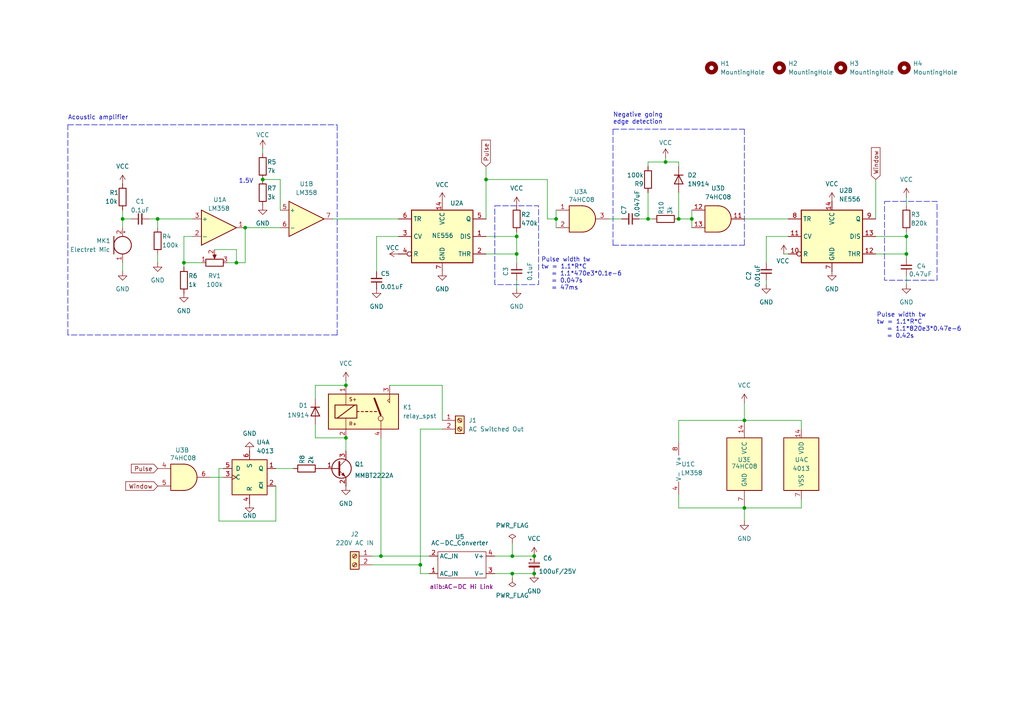
<source format=kicad_sch>
(kicad_sch (version 20231120) (generator "eeschema") (generator_version "8.0")
  (paper "A4")
  (title_block (title "Clap-clap on-off switch") (date "2022-05-23") (rev "1.2") (company "Designed by Byoungsoo Lee") (comment 1 "Design changed for using 74HC08 AND gates") (comment 2 "AC switch output is AC outlet") (comment 3 "Powered by KiCad 8.08"))
  (lib_symbols
    (symbol "1N914_1" (pin_numbers hide) (pin_names hide)
      (property "Reference" "D" (at 0 2.54 0))
      (property "Value" "1N914" (at 0 -2.54 0))
      (symbol "1N914_1_0_1"
        (polyline (pts (xy -1.27 1.27) (xy -1.27 -1.27)) (stroke (width 0.254)))
        (polyline (pts (xy 1.27 0) (xy -1.27 0)))
        (polyline (pts (xy 1.27 1.27) (xy 1.27 -1.27) (xy -1.27 0) (xy 1.27 1.27)) (stroke (width 0.254)))
      )
      (symbol "1N914_1_1_1"
        (pin passive line (at -3.81 0 0) (length 2.54) (name "K") (number "1"))
        (pin passive line (at 3.81 0 180) (length 2.54) (name "A") (number "2"))
      )
    )
    (symbol "4xxx:4013" (pin_names (offset 1.016))
      (property "Reference" "U" (at -7.62 8.89 0))
      (property "Value" "4013" (at -7.62 -8.89 0))
      (symbol "4013_1_1"
        (rectangle (start -5.08 5.08) (end 5.08 -5.08) (stroke (width 0.254)) (fill (type background)))
        (pin output line (at 7.62 2.54 180) (length 2.54) (name "Q") (number "1"))
        (pin output line (at 7.62 -2.54 180) (length 2.54) (name "~{Q}") (number "2"))
        (pin input clock (at -7.62 0 0) (length 2.54) (name "C") (number "3"))
        (pin input line (at 0 -7.62 90) (length 2.54) (name "R") (number "4"))
        (pin input line (at -7.62 2.54 0) (length 2.54) (name "D") (number "5"))
        (pin input line (at 0 7.62 270) (length 2.54) (name "S") (number "6"))
      )
      (symbol "4013_2_1"
        (rectangle (start -5.08 5.08) (end 5.08 -5.08) (stroke (width 0.254)) (fill (type background)))
        (pin input line (at 0 -7.62 90) (length 2.54) (name "R") (number "10"))
        (pin input clock (at -7.62 0 0) (length 2.54) (name "C") (number "11"))
        (pin output line (at 7.62 -2.54 180) (length 2.54) (name "~{Q}") (number "12"))
        (pin output line (at 7.62 2.54 180) (length 2.54) (name "Q") (number "13"))
        (pin input line (at 0 7.62 270) (length 2.54) (name "S") (number "8"))
        (pin input line (at -7.62 2.54 0) (length 2.54) (name "D") (number "9"))
      )
      (symbol "4013_3_0"
        (pin power_in line (at 0 10.16 270) (length 2.54) (name "VDD") (number "14"))
        (pin power_in line (at 0 -10.16 90) (length 2.54) (name "VSS") (number "7"))
      )
      (symbol "4013_3_1"
        (rectangle (start -5.08 7.62) (end 5.08 -7.62) (stroke (width 0.254)) (fill (type background)))
      )
    )
    (symbol "Amplifier_Operational:LM358" (pin_names (offset 0.127))
      (property "Reference" "U" (at 0 5.08 0))
      (property "Value" "LM358" (at 0 -5.08 0))
      (symbol "LM358_1_1"
        (polyline (pts (xy -5.08 5.08) (xy 5.08 0) (xy -5.08 -5.08) (xy -5.08 5.08)) (stroke (width 0.254)) (fill (type background)))
        (pin output line (at 7.62 0 180) (length 2.54) (name "~") (number "1"))
        (pin input line (at -7.62 -2.54 0) (length 2.54) (name "-") (number "2"))
        (pin input line (at -7.62 2.54 0) (length 2.54) (name "+") (number "3"))
      )
      (symbol "LM358_2_1"
        (polyline (pts (xy -5.08 5.08) (xy 5.08 0) (xy -5.08 -5.08) (xy -5.08 5.08)) (stroke (width 0.254)) (fill (type background)))
        (pin input line (at -7.62 2.54 0) (length 2.54) (name "+") (number "5"))
        (pin input line (at -7.62 -2.54 0) (length 2.54) (name "-") (number "6"))
        (pin output line (at 7.62 0 180) (length 2.54) (name "~") (number "7"))
      )
      (symbol "LM358_3_1"
        (pin power_in line (at -2.54 -7.62 90) (length 3.81) (name "V-") (number "4"))
        (pin power_in line (at -2.54 7.62 270) (length 3.81) (name "V+") (number "8"))
      )
    )
    (symbol "Connector:Screw_Terminal_01x02" (pin_names (offset 1.016) hide)
      (property "Reference" "J" (at 0 2.54 0))
      (property "Value" "Screw_Terminal_01x02" (at 0 -5.08 0))
      (symbol "Screw_Terminal_01x02_1_1"
        (rectangle (start -1.27 1.27) (end 1.27 -3.81) (stroke (width 0.254)) (fill (type background)))
        (circle (center 0 -2.54) (radius 0.635) (stroke (width 0.1524)))
        (polyline (pts (xy -0.5334 -2.2098) (xy 0.3302 -3.048)) (stroke (width 0.1524)))
        (polyline (pts (xy -0.5334 0.3302) (xy 0.3302 -0.508)) (stroke (width 0.1524)))
        (polyline (pts (xy -0.3556 -2.032) (xy 0.508 -2.8702)) (stroke (width 0.1524)))
        (polyline (pts (xy -0.3556 0.508) (xy 0.508 -0.3302)) (stroke (width 0.1524)))
        (circle (center 0 0) (radius 0.635) (stroke (width 0.1524)))
        (pin passive line (at -5.08 0 0) (length 3.81) (name "Pin_1") (number "1"))
        (pin passive line (at -5.08 -2.54 0) (length 3.81) (name "Pin_2") (number "2"))
      )
    )
    (symbol "Device:C_Polarized_Small" (pin_numbers hide) (pin_names (offset 0.254) hide)
      (property "Reference" "C" (at 0.254 1.778 0))
      (property "Value" "C_Polarized_Small" (at 0.254 -2.032 0))
      (symbol "C_Polarized_Small_0_1"
        (rectangle (start -1.524 -0.3048) (end 1.524 -0.6858) (fill (type outline)))
        (rectangle (start -1.524 0.6858) (end 1.524 0.3048))
        (polyline (pts (xy -1.27 1.524) (xy -0.762 1.524)))
        (polyline (pts (xy -1.016 1.27) (xy -1.016 1.778)))
      )
      (symbol "C_Polarized_Small_1_1"
        (pin passive line (at 0 2.54 270) (length 1.8542) (name "~") (number "1"))
        (pin passive line (at 0 -2.54 90) (length 1.8542) (name "~") (number "2"))
      )
    )
    (symbol "Device:C_Small" (pin_numbers hide) (pin_names (offset 0.254) hide)
      (property "Reference" "C" (at 0.254 1.778 0))
      (property "Value" "C_Small" (at 0.254 -2.032 0))
      (symbol "C_Small_0_1"
        (polyline (pts (xy -1.524 -0.508) (xy 1.524 -0.508)) (stroke (width 0.3302)))
        (polyline (pts (xy -1.524 0.508) (xy 1.524 0.508)) (stroke (width 0.3048)))
      )
      (symbol "C_Small_1_1"
        (pin passive line (at 0 2.54 270) (length 2.032) (name "~") (number "1"))
        (pin passive line (at 0 -2.54 90) (length 2.032) (name "~") (number "2"))
      )
    )
    (symbol "Device:Microphone" (pin_names (offset 0.0254) hide)
      (property "Reference" "MK" (at -3.81 1.27 0))
      (property "Value" "Microphone" (at -3.81 -0.635 0))
      (symbol "Microphone_0_1"
        (polyline (pts (xy -2.54 2.54) (xy -2.54 -2.54)) (stroke (width 0.254)))
        (polyline (pts (xy 0.254 3.81) (xy 0.762 3.81)))
        (polyline (pts (xy 0.508 4.064) (xy 0.508 3.556)))
        (circle (center 0 0) (radius 2.54) (stroke (width 0.254)))
      )
      (symbol "Microphone_1_1"
        (pin passive line (at 0 -5.08 90) (length 2.54) (name "-") (number "1"))
        (pin passive line (at 0 5.08 270) (length 2.54) (name "+") (number "2"))
      )
    )
    (symbol "Device:Q_NPN_BEC" (pin_names (offset 0) hide)
      (property "Reference" "Q" (at 5.08 1.27 0))
      (property "Value" "Q_NPN_BEC" (at 5.08 -1.27 0))
      (symbol "Q_NPN_BEC_0_1"
        (polyline (pts (xy 0.635 0.635) (xy 2.54 2.54)))
        (polyline (pts (xy 0.635 -0.635) (xy 2.54 -2.54) (xy 2.54 -2.54)))
        (polyline (pts (xy 0.635 1.905) (xy 0.635 -1.905) (xy 0.635 -1.905)) (stroke (width 0.508)))
        (polyline (pts (xy 1.27 -1.778) (xy 1.778 -1.27) (xy 2.286 -2.286) (xy 1.27 -1.778) (xy 1.27 -1.778)) (fill (type outline)))
        (circle (center 1.27 0) (radius 2.8194) (stroke (width 0.254)))
      )
      (symbol "Q_NPN_BEC_1_1"
        (pin input line (at -5.08 0 0) (length 5.715) (name "B") (number "1"))
        (pin passive line (at 2.54 -5.08 90) (length 2.54) (name "E") (number "2"))
        (pin passive line (at 2.54 5.08 270) (length 2.54) (name "C") (number "3"))
      )
    )
    (symbol "Device:R" (pin_numbers hide) (pin_names (offset 0))
      (property "Reference" "R" (at 2.032 0 90))
      (property "Value" "R" (at 0 0 90))
      (symbol "R_0_1"
        (rectangle (start -1.016 -2.54) (end 1.016 2.54) (stroke (width 0.254)))
      )
      (symbol "R_1_1"
        (pin passive line (at 0 3.81 270) (length 1.27) (name "~") (number "1"))
        (pin passive line (at 0 -3.81 90) (length 1.27) (name "~") (number "2"))
      )
    )
    (symbol "Device:R_Potentiometer" (pin_names (offset 1.016) hide)
      (property "Reference" "RV" (at -4.445 0 90))
      (property "Value" "R_Potentiometer" (at -2.54 0 90))
      (symbol "R_Potentiometer_0_1"
        (polyline (pts (xy 2.54 0) (xy 1.524 0)))
        (polyline (pts (xy 1.143 0) (xy 2.286 0.508) (xy 2.286 -0.508) (xy 1.143 0)) (fill (type outline)))
        (rectangle (start 1.016 2.54) (end -1.016 -2.54) (stroke (width 0.254)))
      )
      (symbol "R_Potentiometer_1_1"
        (pin passive line (at 0 3.81 270) (length 1.27) (name "1") (number "1"))
        (pin passive line (at 3.81 0 180) (length 1.27) (name "2") (number "2"))
        (pin passive line (at 0 -3.81 90) (length 1.27) (name "3") (number "3"))
      )
    )
    (symbol "Diode:1N914" (pin_numbers hide) (pin_names hide)
      (property "Reference" "D" (at 0 2.54 0))
      (property "Value" "1N914" (at 0 -2.54 0))
      (symbol "1N914_0_1"
        (polyline (pts (xy -1.27 1.27) (xy -1.27 -1.27)) (stroke (width 0.254)))
        (polyline (pts (xy 1.27 0) (xy -1.27 0)))
        (polyline (pts (xy 1.27 1.27) (xy 1.27 -1.27) (xy -1.27 0) (xy 1.27 1.27)) (stroke (width 0.254)))
      )
      (symbol "1N914_1_1"
        (pin passive line (at -3.81 0 0) (length 2.54) (name "K") (number "1"))
        (pin passive line (at 3.81 0 180) (length 2.54) (name "A") (number "2"))
      )
    )
    (symbol "GND_1" (power) (pin_numbers hide) (pin_names (offset 0) hide)
      (property "Value" "GND" (at 0 -3.81 0))
      (symbol "GND_1_0_1"
        (polyline (pts (xy 0 0) (xy 0 -1.27) (xy 1.27 -1.27) (xy 0 -2.54) (xy -1.27 -1.27) (xy 0 -1.27)))
      )
      (symbol "GND_1_1_1"
        (pin power_in line (at 0 0 270) (length 0) (name "~") (number "1"))
      )
    )
    (symbol "Mechanical:MountingHole" (pin_names (offset 1.016))
      (property "Reference" "H" (at 0 5.08 0))
      (property "Value" "MountingHole" (at 0 3.175 0))
      (symbol "MountingHole_0_1"
        (circle (center 0 0) (radius 1.27) (stroke (width 1.27)))
      )
    )
    (symbol "PWR_FLAG_1" (power) (pin_numbers hide) (pin_names (offset 0) hide)
      (property "Value" "PWR_FLAG" (at 0 3.81 0))
      (symbol "PWR_FLAG_1_0_0"
        (pin power_out line (at 0 0 90) (length 0) (name "~") (number "1"))
      )
      (symbol "PWR_FLAG_1_0_1"
        (polyline (pts (xy 0 0) (xy 0 1.27) (xy -1.016 1.905) (xy 0 2.54) (xy 1.016 1.905) (xy 0 1.27)))
      )
    )
    (symbol "Timer:NE556"
      (property "Reference" "U" (at -10.16 8.89 0))
      (property "Value" "NE556" (at -10.16 -8.89 0))
      (symbol "NE556_0_0"
        (pin power_in line (at 0 10.16 270) (length 2.54) (name "VCC") (number "14"))
        (pin power_in line (at 0 -10.16 90) (length 2.54) (name "GND") (number "7"))
      )
      (symbol "NE556_0_1"
        (rectangle (start -8.89 -7.62) (end 8.89 7.62) (stroke (width 0.254)) (fill (type background)))
        (rectangle (start -8.89 -7.62) (end 8.89 7.62) (stroke (width 0.254)) (fill (type background)))
      )
      (symbol "NE556_1_1"
        (pin input line (at 12.7 0 180) (length 3.81) (name "DIS") (number "1"))
        (pin input line (at 12.7 -5.08 180) (length 3.81) (name "THR") (number "2"))
        (pin input line (at -12.7 0 0) (length 3.81) (name "CV") (number "3"))
        (pin input inverted (at -12.7 -5.08 0) (length 3.81) (name "R") (number "4"))
        (pin output line (at 12.7 5.08 180) (length 3.81) (name "Q") (number "5"))
        (pin input line (at -12.7 5.08 0) (length 3.81) (name "TR") (number "6"))
      )
      (symbol "NE556_2_1"
        (pin input inverted (at -12.7 -5.08 0) (length 3.81) (name "R") (number "10"))
        (pin input line (at -12.7 0 0) (length 3.81) (name "CV") (number "11"))
        (pin input line (at 12.7 -5.08 180) (length 3.81) (name "THR") (number "12"))
        (pin input line (at 12.7 0 180) (length 3.81) (name "DIS") (number "13"))
        (pin input line (at -12.7 5.08 0) (length 3.81) (name "TR") (number "8"))
        (pin output line (at 12.7 5.08 180) (length 3.81) (name "Q") (number "9"))
      )
    )
    (symbol "VCC_1" (power) (pin_numbers hide) (pin_names (offset 0) hide)
      (property "Value" "VCC" (at 0 3.556 0))
      (symbol "VCC_1_0_1"
        (polyline (pts (xy -0.762 1.27) (xy 0 2.54)))
        (polyline (pts (xy 0 0) (xy 0 2.54)))
        (polyline (pts (xy 0 2.54) (xy 0.762 1.27)))
      )
      (symbol "VCC_1_1_1"
        (pin power_in line (at 0 0 90) (length 0) (name "~") (number "1"))
      )
    )
    (symbol "VCC_2" (power) (pin_numbers hide) (pin_names (offset 0) hide)
      (property "Value" "VCC" (at 0 3.556 0))
      (symbol "VCC_2_0_1"
        (polyline (pts (xy -0.762 1.27) (xy 0 2.54)))
        (polyline (pts (xy 0 0) (xy 0 2.54)))
        (polyline (pts (xy 0 2.54) (xy 0.762 1.27)))
      )
      (symbol "VCC_2_1_1"
        (pin power_in line (at 0 0 90) (length 0) (name "~") (number "1"))
      )
    )
    (symbol "alib:74HC08" (pin_names (offset 1.016))
      (property "Reference" "U" (at 0 1.27 0))
      (property "Value" "74HC08" (at 0 -0.635 0))
      (symbol "74HC08_1_1"
        (arc (start 0 -3.81) (mid 3.7934 0) (end 0 3.81) (stroke (width 0.254)) (fill (type background)))
        (polyline (pts (xy 0 3.81) (xy -3.81 3.81) (xy -3.81 -3.81) (xy 0 -3.81)) (stroke (width 0.254)) (fill (type background)))
        (pin input line (at -7.62 2.54 0) (length 3.81) (name "~") (number "1"))
        (pin input line (at -7.62 -2.54 0) (length 3.81) (name "~") (number "2"))
        (pin output line (at 7.62 0 180) (length 3.81) (name "~") (number "3"))
      )
      (symbol "74HC08_1_2"
        (arc (start -3.81 -3.81) (mid -2.589 0) (end -3.81 3.81) (stroke (width 0.254)))
        (arc (start -0.6096 -3.81) (mid 2.1855 -2.584) (end 3.81 0) (stroke (width 0.254)) (fill (type background)))
        (polyline (pts (xy -3.81 -3.81) (xy -0.635 -3.81)) (stroke (width 0.254)) (fill (type background)))
        (polyline (pts (xy -3.81 3.81) (xy -0.635 3.81)) (stroke (width 0.254)) (fill (type background)))
        (polyline (pts (xy -0.635 3.81) (xy -3.81 3.81) (xy -3.81 3.81) (xy -3.556 3.4036) (xy -3.0226 2.2606) (xy -2.6924 1.0414) (xy -2.6162 -0.254) (xy -2.7686 -1.4986) (xy -3.175 -2.7178) (xy -3.81 -3.81) (xy -3.81 -3.81) (xy -0.635 -3.81)) (stroke (width -25.4)) (fill (type background)))
        (arc (start 3.81 0) (mid 2.1928 2.5925) (end -0.6096 3.81) (stroke (width 0.254)) (fill (type background)))
        (pin input inverted (at -7.62 2.54 0) (length 4.318) (name "~") (number "1"))
        (pin input inverted (at -7.62 -2.54 0) (length 4.318) (name "~") (number "2"))
        (pin output line (at 7.62 0 180) (length 3.81) (name "~") (number "3"))
      )
      (symbol "74HC08_2_1"
        (arc (start 0 -3.81) (mid 3.7934 0) (end 0 3.81) (stroke (width 0.254)) (fill (type background)))
        (polyline (pts (xy 0 3.81) (xy -3.81 3.81) (xy -3.81 -3.81) (xy 0 -3.81)) (stroke (width 0.254)) (fill (type background)))
        (pin input line (at -7.62 2.54 0) (length 3.81) (name "~") (number "4"))
        (pin input line (at -7.62 -2.54 0) (length 3.81) (name "~") (number "5"))
        (pin output line (at 7.62 0 180) (length 3.81) (name "~") (number "6"))
      )
      (symbol "74HC08_2_2"
        (arc (start -3.81 -3.81) (mid -2.589 0) (end -3.81 3.81) (stroke (width 0.254)))
        (arc (start -0.6096 -3.81) (mid 2.1855 -2.584) (end 3.81 0) (stroke (width 0.254)) (fill (type background)))
        (polyline (pts (xy -3.81 -3.81) (xy -0.635 -3.81)) (stroke (width 0.254)) (fill (type background)))
        (polyline (pts (xy -3.81 3.81) (xy -0.635 3.81)) (stroke (width 0.254)) (fill (type background)))
        (polyline (pts (xy -0.635 3.81) (xy -3.81 3.81) (xy -3.81 3.81) (xy -3.556 3.4036) (xy -3.0226 2.2606) (xy -2.6924 1.0414) (xy -2.6162 -0.254) (xy -2.7686 -1.4986) (xy -3.175 -2.7178) (xy -3.81 -3.81) (xy -3.81 -3.81) (xy -0.635 -3.81)) (stroke (width -25.4)) (fill (type background)))
        (arc (start 3.81 0) (mid 2.1928 2.5925) (end -0.6096 3.81) (stroke (width 0.254)) (fill (type background)))
        (pin input inverted (at -7.62 2.54 0) (length 4.318) (name "~") (number "4"))
        (pin input inverted (at -7.62 -2.54 0) (length 4.318) (name "~") (number "5"))
        (pin output line (at 7.62 0 180) (length 3.81) (name "~") (number "6"))
      )
      (symbol "74HC08_3_1"
        (arc (start 0 -3.81) (mid 3.7934 0) (end 0 3.81) (stroke (width 0.254)) (fill (type background)))
        (polyline (pts (xy 0 3.81) (xy -3.81 3.81) (xy -3.81 -3.81) (xy 0 -3.81)) (stroke (width 0.254)) (fill (type background)))
        (pin input line (at -7.62 -2.54 0) (length 3.81) (name "~") (number "10"))
        (pin output line (at 7.62 0 180) (length 3.81) (name "~") (number "8"))
        (pin input line (at -7.62 2.54 0) (length 3.81) (name "~") (number "9"))
      )
      (symbol "74HC08_3_2"
        (arc (start -3.81 -3.81) (mid -2.589 0) (end -3.81 3.81) (stroke (width 0.254)))
        (arc (start -0.6096 -3.81) (mid 2.1855 -2.584) (end 3.81 0) (stroke (width 0.254)) (fill (type background)))
        (polyline (pts (xy -3.81 -3.81) (xy -0.635 -3.81)) (stroke (width 0.254)) (fill (type background)))
        (polyline (pts (xy -3.81 3.81) (xy -0.635 3.81)) (stroke (width 0.254)) (fill (type background)))
        (polyline (pts (xy -0.635 3.81) (xy -3.81 3.81) (xy -3.81 3.81) (xy -3.556 3.4036) (xy -3.0226 2.2606) (xy -2.6924 1.0414) (xy -2.6162 -0.254) (xy -2.7686 -1.4986) (xy -3.175 -2.7178) (xy -3.81 -3.81) (xy -3.81 -3.81) (xy -0.635 -3.81)) (stroke (width -25.4)) (fill (type background)))
        (arc (start 3.81 0) (mid 2.1928 2.5925) (end -0.6096 3.81) (stroke (width 0.254)) (fill (type background)))
        (pin input inverted (at -7.62 -2.54 0) (length 4.318) (name "~") (number "10"))
        (pin output line (at 7.62 0 180) (length 3.81) (name "~") (number "8"))
        (pin input inverted (at -7.62 2.54 0) (length 4.318) (name "~") (number "9"))
      )
      (symbol "74HC08_4_1"
        (arc (start 0 -3.81) (mid 3.7934 0) (end 0 3.81) (stroke (width 0.254)) (fill (type background)))
        (polyline (pts (xy 0 3.81) (xy -3.81 3.81) (xy -3.81 -3.81) (xy 0 -3.81)) (stroke (width 0.254)) (fill (type background)))
        (pin output line (at 7.62 0 180) (length 3.81) (name "~") (number "11"))
        (pin input line (at -7.62 2.54 0) (length 3.81) (name "~") (number "12"))
        (pin input line (at -7.62 -2.54 0) (length 3.81) (name "~") (number "13"))
      )
      (symbol "74HC08_4_2"
        (arc (start -3.81 -3.81) (mid -2.589 0) (end -3.81 3.81) (stroke (width 0.254)))
        (arc (start -0.6096 -3.81) (mid 2.1855 -2.584) (end 3.81 0) (stroke (width 0.254)) (fill (type background)))
        (polyline (pts (xy -3.81 -3.81) (xy -0.635 -3.81)) (stroke (width 0.254)) (fill (type background)))
        (polyline (pts (xy -3.81 3.81) (xy -0.635 3.81)) (stroke (width 0.254)) (fill (type background)))
        (polyline (pts (xy -0.635 3.81) (xy -3.81 3.81) (xy -3.81 3.81) (xy -3.556 3.4036) (xy -3.0226 2.2606) (xy -2.6924 1.0414) (xy -2.6162 -0.254) (xy -2.7686 -1.4986) (xy -3.175 -2.7178) (xy -3.81 -3.81) (xy -3.81 -3.81) (xy -0.635 -3.81)) (stroke (width -25.4)) (fill (type background)))
        (arc (start 3.81 0) (mid 2.1928 2.5925) (end -0.6096 3.81) (stroke (width 0.254)) (fill (type background)))
        (pin output line (at 7.62 0 180) (length 3.81) (name "~") (number "11"))
        (pin input inverted (at -7.62 2.54 0) (length 4.318) (name "~") (number "12"))
        (pin input inverted (at -7.62 -2.54 0) (length 4.318) (name "~") (number "13"))
      )
      (symbol "74HC08_5_0"
        (pin power_in line (at 0 12.7 270) (length 5.08) (name "VCC") (number "14"))
        (pin power_in line (at 0 -12.7 90) (length 5.08) (name "GND") (number "7"))
      )
      (symbol "74HC08_5_1"
        (rectangle (start -5.08 7.62) (end 5.08 -7.62) (stroke (width 0.254)) (fill (type background)))
      )
    )
    (symbol "alib:AC-DC_Hi_Link"
      (property "Reference" "U" (at 0 7.112 0))
      (property "Value" "AC-DC_Hi_Link" (at 0.762 5.08 0))
      (symbol "AC-DC_Hi_Link_0_1"
        (polyline (pts (xy -6.35 -3.81) (xy 7.62 -3.81) (xy 7.62 3.81) (xy -6.35 3.81) (xy -6.35 -3.81)))
      )
      (symbol "AC-DC_Hi_Link_1_1"
        (pin input line (at -8.89 -2.54 0) (length 2.54) (name "AC_IN") (number "1"))
        (pin input line (at -8.89 2.54 0) (length 2.54) (name "AC_IN") (number "2"))
        (pin input line (at 10.16 -2.54 180) (length 2.54) (name "V-") (number "3"))
        (pin input line (at 10.16 2.54 180) (length 2.54) (name "V+") (number "4"))
      )
    )
    (symbol "alib:relay_spst"
      (property "Reference" "K" (at 11.43 2.81 0))
      (property "Value" "relay_spst" (at 15.47 -3.23 0))
      (symbol "relay_spst_0_1"
        (circle (center 5 -2) (radius 0.7071))
      )
      (symbol "relay_spst_1_1"
        (rectangle (start -10.16 5.08) (end 10.16 -5.08) (stroke (width 0.254)) (fill (type background)))
        (rectangle (start -8.255 1.905) (end -1.905 -1.905) (stroke (width 0.254)))
        (polyline (pts (xy -7.62 -1.905) (xy -2.54 1.905)) (stroke (width 0.254)))
        (polyline (pts (xy -5.08 -5.08) (xy -5.08 -1.905)))
        (polyline (pts (xy -5.08 5.08) (xy -5.08 1.905)))
        (polyline (pts (xy -1.905 0) (xy -1.27 0)) (stroke (width 0.254)))
        (polyline (pts (xy -0.635 0) (xy 0 0)) (stroke (width 0.254)))
        (polyline (pts (xy 0.635 0) (xy 1.27 0)) (stroke (width 0.254)))
        (polyline (pts (xy 0.635 0) (xy 1.27 0)) (stroke (width 0.254)))
        (polyline (pts (xy 1.905 0) (xy 2.54 0)) (stroke (width 0.254)))
        (polyline (pts (xy 3.175 0) (xy 3.81 0)) (stroke (width 0.254)))
        (polyline (pts (xy 5 -1) (xy 3.175 3.81)) (stroke (width 0.508)))
        (polyline (pts (xy 5.08 -2.54) (xy 5.08 -5.08)))
        (polyline (pts (xy 7.62 3.81) (xy 7.62 5.08)))
        (polyline (pts (xy 7.62 3.81) (xy 7.62 2.54) (xy 6.985 3.175) (xy 7.62 3.81)))
        (text "R+" (at -3.048 -3.556 0) (effects (font (size 1.016 1.016))))
        (text "S+" (at -3.048 3.556 0) (effects (font (size 1.016 1.016))))
        (pin passive line (at -5.08 7.62 270) (length 2.54) (name "~") (number "1"))
        (pin passive line (at -5.08 -7.62 90) (length 2.54) (name "~") (number "2"))
        (pin passive line (at 7.62 7.62 270) (length 2.54) (name "~") (number "3"))
        (pin passive line (at 5.08 -7.62 90) (length 2.54) (name "~") (number "4"))
      )
    )
    (symbol "power:GND" (power) (pin_numbers hide) (pin_names (offset 0) hide)
      (property "Value" "GND" (at 0 -3.81 0))
      (symbol "GND_0_1"
        (polyline (pts (xy 0 0) (xy 0 -1.27) (xy 1.27 -1.27) (xy 0 -2.54) (xy -1.27 -1.27) (xy 0 -1.27)))
      )
      (symbol "GND_1_1"
        (pin power_in line (at 0 0 270) (length 0) (name "~") (number "1"))
      )
    )
    (symbol "power:VCC" (power) (pin_numbers hide) (pin_names (offset 0) hide)
      (property "Value" "VCC" (at 0 3.556 0))
      (symbol "VCC_0_1"
        (polyline (pts (xy -0.762 1.27) (xy 0 2.54)))
        (polyline (pts (xy 0 0) (xy 0 2.54)))
        (polyline (pts (xy 0 2.54) (xy 0.762 1.27)))
      )
      (symbol "VCC_1_1"
        (pin power_in line (at 0 0 90) (length 0) (name "~") (number "1"))
      )
    )
  )
  (junction (at 149.86 73.66))
  (junction (at 215.9 121.92))
  (junction (at 140.97 52.07))
  (junction (at 148.59 166.37))
  (junction (at 200.66 63.5))
  (junction (at 71.12 66.04))
  (junction (at 196.85 63.5))
  (junction (at 154.94 161.29))
  (junction (at 262.89 68.58))
  (junction (at 100.33 127))
  (junction (at 187.96 63.5))
  (junction (at 161.29 63.5))
  (junction (at 121.92 163.83))
  (junction (at 35.56 63.5))
  (junction (at 215.9 147.32))
  (junction (at 53.34 76.2))
  (junction (at 154.94 166.37))
  (junction (at 193.04 46.99))
  (junction (at 148.59 161.29))
  (junction (at 262.89 73.66))
  (junction (at 100.33 111.76))
  (junction (at 110.49 161.29))
  (junction (at 68.58 76.2))
  (junction (at 149.86 68.58))
  (junction (at 45.72 63.5))
  (junction (at 76.2 52.07))
  (wire (pts (xy 158.75 63.5) (xy 158.75 52.07)))
  (wire (pts (xy 81.28 52.07) (xy 76.2 52.07)))
  (wire (pts (xy 80.01 135.89) (xy 85.09 135.89)))
  (wire (pts (xy 71.12 66.04) (xy 71.12 76.2)))
  (wire (pts (xy 222.25 68.58) (xy 222.25 76.2)))
  (wire (pts (xy 71.12 76.2) (xy 68.58 76.2)))
  (wire (pts (xy 128.27 111.76) (xy 128.27 121.92)))
  (wire (pts (xy 45.72 63.5) (xy 45.72 66.04)))
  (polyline (pts (xy 97.79 36.195) (xy 97.79 97.155)) (stroke (width 0) (type dash)))
  (wire (pts (xy 161.29 60.96) (xy 161.29 63.5)))
  (wire (pts (xy 187.96 63.5) (xy 189.23 63.5)))
  (wire (pts (xy 187.96 46.99) (xy 193.04 46.99)))
  (wire (pts (xy 35.56 60.96) (xy 35.56 63.5)))
  (wire (pts (xy 187.96 55.88) (xy 187.96 63.5)))
  (polyline (pts (xy 19.685 97.155) (xy 19.685 36.195)) (stroke (width 0) (type dash)))
  (wire (pts (xy 62.23 72.39) (xy 68.58 72.39)))
  (wire (pts (xy 262.89 82.55) (xy 262.89 80.01)))
  (wire (pts (xy 113.03 111.76) (xy 128.27 111.76)))
  (wire (pts (xy 149.86 83.82) (xy 149.86 81.28)))
  (wire (pts (xy 215.9 147.32) (xy 215.9 151.13)))
  (wire (pts (xy 80.01 140.97) (xy 80.01 151.13)))
  (wire (pts (xy 96.52 63.5) (xy 115.57 63.5)))
  (wire (pts (xy 35.56 63.5) (xy 35.56 66.04)))
  (wire (pts (xy 228.6 68.58) (xy 222.25 68.58)))
  (wire (pts (xy 91.44 111.76) (xy 100.33 111.76)))
  (wire (pts (xy 128.27 124.46) (xy 121.92 124.46)))
  (wire (pts (xy 215.9 147.32) (xy 232.41 147.32)))
  (wire (pts (xy 35.56 76.2) (xy 35.56 78.74)))
  (wire (pts (xy 140.97 52.07) (xy 140.97 63.5)))
  (wire (pts (xy 149.86 73.66) (xy 149.86 76.2)))
  (wire (pts (xy 91.44 127) (xy 100.33 127)))
  (wire (pts (xy 254 68.58) (xy 262.89 68.58)))
  (wire (pts (xy 232.41 147.32) (xy 232.41 144.78)))
  (wire (pts (xy 262.89 67.31) (xy 262.89 68.58)))
  (wire (pts (xy 196.85 128.27) (xy 196.85 121.92)))
  (polyline (pts (xy 19.685 36.195) (xy 97.79 36.195)) (stroke (width 0) (type dash)))
  (wire (pts (xy 140.97 73.66) (xy 149.86 73.66)))
  (wire (pts (xy 149.86 67.31) (xy 149.86 68.58)))
  (wire (pts (xy 148.59 166.37) (xy 154.94 166.37)))
  (wire (pts (xy 227.33 73.66) (xy 228.6 73.66)))
  (wire (pts (xy 196.85 46.99) (xy 196.85 48.26)))
  (wire (pts (xy 176.53 63.5) (xy 180.34 63.5)))
  (wire (pts (xy 148.59 161.29) (xy 154.94 161.29)))
  (wire (pts (xy 110.49 161.29) (xy 124.46 161.29)))
  (wire (pts (xy 80.01 151.13) (xy 63.5 151.13)))
  (wire (pts (xy 107.95 163.83) (xy 121.92 163.83)))
  (wire (pts (xy 196.85 63.5) (xy 200.66 63.5)))
  (wire (pts (xy 140.97 52.07) (xy 158.75 52.07)))
  (wire (pts (xy 91.44 115.57) (xy 91.44 111.76)))
  (wire (pts (xy 53.34 76.2) (xy 58.42 76.2)))
  (wire (pts (xy 262.89 73.66) (xy 262.89 74.93)))
  (wire (pts (xy 143.51 166.37) (xy 148.59 166.37)))
  (wire (pts (xy 121.92 166.37) (xy 121.92 163.83)))
  (polyline (pts (xy 215.9 71.12) (xy 215.9 37.465)) (stroke (width 0) (type dash)))
  (wire (pts (xy 121.92 166.37) (xy 124.46 166.37)))
  (wire (pts (xy 68.58 72.39) (xy 68.58 76.2)))
  (wire (pts (xy 60.96 138.43) (xy 64.77 138.43)))
  (wire (pts (xy 71.12 66.04) (xy 81.28 66.04)))
  (wire (pts (xy 185.42 63.5) (xy 187.96 63.5)))
  (wire (pts (xy 63.5 135.89) (xy 64.77 135.89)))
  (wire (pts (xy 55.88 68.58) (xy 53.34 68.58)))
  (wire (pts (xy 148.59 157.48) (xy 148.59 161.29)))
  (polyline (pts (xy 177.8 71.12) (xy 215.9 71.12)) (stroke (width 0) (type dash)))
  (wire (pts (xy 254 73.66) (xy 262.89 73.66)))
  (wire (pts (xy 254 63.5) (xy 254 52.07)))
  (wire (pts (xy 140.97 68.58) (xy 149.86 68.58)))
  (wire (pts (xy 196.85 121.92) (xy 215.9 121.92)))
  (polyline (pts (xy 177.8 37.465) (xy 177.8 71.12)) (stroke (width 0) (type dash)))
  (wire (pts (xy 121.92 124.46) (xy 121.92 163.83)))
  (wire (pts (xy 215.9 116.84) (xy 215.9 121.92)))
  (wire (pts (xy 161.29 63.5) (xy 161.29 66.04)))
  (polyline (pts (xy 97.79 97.155) (xy 19.685 97.155)) (stroke (width 0) (type dash)))
  (wire (pts (xy 91.44 127) (xy 91.44 123.19)))
  (wire (pts (xy 68.58 76.2) (xy 66.04 76.2)))
  (wire (pts (xy 196.85 147.32) (xy 215.9 147.32)))
  (wire (pts (xy 100.33 110.49) (xy 100.33 111.76)))
  (wire (pts (xy 53.34 76.2) (xy 53.34 77.47)))
  (wire (pts (xy 45.72 76.2) (xy 45.72 73.66)))
  (wire (pts (xy 115.57 68.58) (xy 109.22 68.58)))
  (polyline (pts (xy 177.8 37.465) (xy 215.9 37.465)) (stroke (width 0) (type dash)))
  (wire (pts (xy 262.89 57.15) (xy 262.89 59.69)))
  (wire (pts (xy 143.51 161.29) (xy 148.59 161.29)))
  (wire (pts (xy 232.41 121.92) (xy 215.9 121.92)))
  (wire (pts (xy 81.28 60.96) (xy 81.28 52.07)))
  (wire (pts (xy 63.5 135.89) (xy 63.5 151.13)))
  (wire (pts (xy 200.66 60.96) (xy 200.66 63.5)))
  (wire (pts (xy 140.97 48.26) (xy 140.97 52.07)))
  (wire (pts (xy 109.22 68.58) (xy 109.22 78.74)))
  (wire (pts (xy 196.85 143.51) (xy 196.85 147.32)))
  (wire (pts (xy 100.33 127) (xy 100.33 130.81)))
  (wire (pts (xy 76.2 43.18) (xy 76.2 44.45)))
  (wire (pts (xy 222.25 82.55) (xy 222.25 81.28)))
  (wire (pts (xy 35.56 63.5) (xy 38.1 63.5)))
  (wire (pts (xy 193.04 46.99) (xy 193.04 45.72)))
  (wire (pts (xy 107.95 161.29) (xy 110.49 161.29)))
  (wire (pts (xy 110.49 127) (xy 110.49 161.29)))
  (wire (pts (xy 262.89 68.58) (xy 262.89 73.66)))
  (wire (pts (xy 45.72 63.5) (xy 55.88 63.5)))
  (wire (pts (xy 193.04 46.99) (xy 196.85 46.99)))
  (wire (pts (xy 187.96 46.99) (xy 187.96 48.26)))
  (wire (pts (xy 43.18 63.5) (xy 45.72 63.5)))
  (wire (pts (xy 158.75 63.5) (xy 161.29 63.5)))
  (wire (pts (xy 215.9 63.5) (xy 228.6 63.5)))
  (wire (pts (xy 196.85 55.88) (xy 196.85 63.5)))
  (wire (pts (xy 148.59 166.37) (xy 148.59 167.64)))
  (wire (pts (xy 200.66 63.5) (xy 200.66 66.04)))
  (wire (pts (xy 232.41 124.46) (xy 232.41 121.92)))
  (wire (pts (xy 149.86 68.58) (xy 149.86 73.66)))
  (wire (pts (xy 53.34 68.58) (xy 53.34 76.2)))
  (rectangle (start 256.54 58.42) (end 271.78 81.28) (stroke (width 0) (type dash)))
  (rectangle (start 143.51 59.69) (end 156.21 82.55) (stroke (width 0) (type dash)))
  (text "Pulse width tw\ntw = 1.1*R*C\n   = 1.1*820e3*0.47e-6\n   = 0.42s" (at 254.254 98.298 0) (effects (font (size 1.27 1.27)) (justify left bottom)))
  (text "Pulse width tw\ntw = 1.1*R*C\n   = 1.1*470e3*0.1e-6\n   = 0.047s\n   = 47ms" (at 156.972 84.328 0) (effects (font (size 1.27 1.27)) (justify left bottom)))
  (text "1.5V" (at 69.215 53.34 0) (effects (font (size 1.27 1.27)) (justify left bottom)))
  (text "Negative going\nedge detection" (at 177.8 36.195 0) (effects (font (size 1.27 1.27)) (justify left bottom)))
  (text "Acoustic amplifier" (at 19.685 34.925 0) (effects (font (size 1.27 1.27)) (justify left bottom)))
  (global_label "Pulse" (shape input) (at 45.72 135.89 180) (property "Intersheetrefs" "${INTERSHEET_REFS}" (effects (hide yes))))
  (global_label "Window" (shape input) (at 45.72 140.97 180) (property "Intersheetrefs" "${INTERSHEET_REFS}" (effects (hide yes))))
  (global_label "Pulse" (shape input) (at 140.97 48.26 90) (property "Intersheetrefs" "${INTERSHEET_REFS}" (effects (hide yes))))
  (global_label "Window" (shape input) (at 254 52.07 90) (property "Intersheetrefs" "${INTERSHEET_REFS}" (effects (hide yes))))
  (symbol (lib_name "GND_1") (lib_id "power:GND") (at 128.27 78.74 0) (unit 1)
    (property "Reference" "#PWR013" (effects (hide yes)))
    (property "Value" "GND" (at 128.27 83.82 0))
    (property "Description" "Power symbol creates a global label with name \"GND\" , ground" (effects (hide yes)))
  )
  (symbol (lib_id "Device:R") (at 262.89 63.5 0) (unit 1)
    (property "Reference" "R3" (at 264.16 62.23 0) (effects (justify left)))
    (property "Value" "820k" (at 264.16 64.77 0) (effects (justify left)))
    (property "Footprint" "Resistor_SMD:R_0805_2012Metric_Pad1.20x1.40mm_HandSolder" (effects (hide yes)))
  )
  (symbol (lib_name "VCC_1") (lib_id "power:VCC") (at 76.2 43.18 0) (unit 1)
    (property "Reference" "#PWR01" (effects (hide yes)))
    (property "Value" "VCC" (at 76.2 39.116 0))
    (property "Description" "Power symbol creates a global label with name \"VCC\"" (effects (hide yes)))
  )
  (symbol (lib_id "Device:C_Small") (at 40.64 63.5 90) (unit 1)
    (property "Reference" "C1" (at 40.64 58.42 90))
    (property "Value" "0.1uF" (at 40.64 60.96 90))
    (property "Footprint" "Capacitor_SMD:C_0805_2012Metric_Pad1.18x1.45mm_HandSolder" (effects (hide yes)))
  )
  (symbol (lib_id "Connector:Screw_Terminal_01x02") (at 102.87 161.29 0) (mirror y) (unit 1)
    (property "Reference" "J2" (at 102.87 154.94 0))
    (property "Value" "220V AC IN" (at 102.87 157.48 0))
    (property "Footprint" "TestPoint:TestPoint_2Pads_Pitch5.08mm_Drill1.3mm" (effects (hide yes)))
  )
  (symbol (lib_id "Device:C_Polarized_Small") (at 154.94 163.83 0) (unit 1)
    (property "Reference" "C6" (at 157.48 161.925 0) (effects (justify left)))
    (property "Value" "100uF/25V" (at 156.21 165.735 0) (effects (justify left)))
    (property "Footprint" "Capacitor_THT:CP_Radial_D6.3mm_P2.50mm" (effects (hide yes)))
  )
  (symbol (lib_id "Mechanical:MountingHole") (at 262.255 19.685 0) (unit 1)
    (property "Reference" "H4" (at 264.795 18.4149 0) (effects (justify left)))
    (property "Value" "MountingHole" (at 264.795 20.9549 0) (effects (justify left)))
    (property "Footprint" "MountingHole:MountingHole_3.2mm_M3" (effects (hide yes)))
  )
  (symbol (lib_id "Device:C_Small") (at 222.25 78.74 180) (unit 1)
    (property "Reference" "C2" (at 217.17 80.01 90))
    (property "Value" "0.01uF" (at 219.71 80.01 90))
    (property "Footprint" "Capacitor_SMD:C_0805_2012Metric_Pad1.18x1.45mm_HandSolder" (effects (hide yes)))
  )
  (symbol (lib_id "alib:74HC08") (at 168.91 63.5 0) (unit 1)
    (property "Reference" "U3" (at 168.402 55.626 0))
    (property "Value" "74HC08" (at 168.656 57.912 0))
    (property "Footprint" "Package_SO:SOIC-14_3.9x8.7mm_P1.27mm" (effects (hide yes)))
    (property "Datasheet" "http://www.ti.com/lit/gpn/sn74ls08" (effects (hide yes)))
    (property "Description" "quad 2-input NAND gate" (effects (hide yes)))
  )
  (symbol (lib_id "Mechanical:MountingHole") (at 226.06 19.685 0) (unit 1)
    (property "Reference" "H2" (at 228.6 18.4149 0) (effects (justify left)))
    (property "Value" "MountingHole" (at 228.6 20.9549 0) (effects (justify left)))
    (property "Footprint" "MountingHole:MountingHole_3.2mm_M3" (effects (hide yes)))
  )
  (symbol (lib_name "GND_1") (lib_id "power:GND") (at 35.56 78.74 0) (unit 1)
    (property "Reference" "#PWR012" (effects (hide yes)))
    (property "Value" "GND" (at 35.56 83.82 0))
    (property "Description" "Power symbol creates a global label with name \"GND\" , ground" (effects (hide yes)))
  )
  (symbol (lib_name "VCC_1") (lib_id "power:VCC") (at 193.04 45.72 0) (unit 1)
    (property "Reference" "#PWR017" (effects (hide yes)))
    (property "Value" "VCC" (at 193.04 41.402 0))
    (property "Description" "Power symbol creates a global label with name \"VCC\"" (effects (hide yes)))
  )
  (symbol (lib_id "Device:R") (at 45.72 69.85 0) (unit 1)
    (property "Reference" "R4" (at 46.99 68.58 0) (effects (justify left)))
    (property "Value" "100k" (at 46.99 71.12 0) (effects (justify left)))
    (property "Footprint" "Resistor_SMD:R_0805_2012Metric_Pad1.20x1.40mm_HandSolder" (effects (hide yes)))
  )
  (symbol (lib_id "alib:74HC08") (at 53.34 138.43 0) (unit 2)
    (property "Reference" "U3" (at 52.832 130.556 0))
    (property "Value" "74HC08" (at 53.086 132.842 0))
    (property "Footprint" "Package_SO:SOIC-14_3.9x8.7mm_P1.27mm" (effects (hide yes)))
    (property "Datasheet" "http://www.ti.com/lit/gpn/sn74ls08" (effects (hide yes)))
    (property "Description" "quad 2-input NAND gate" (effects (hide yes)))
  )
  (symbol (lib_id "Device:R") (at 76.2 48.26 0) (unit 1)
    (property "Reference" "R5" (at 77.47 46.99 0) (effects (justify left)))
    (property "Value" "7k" (at 77.47 49.53 0) (effects (justify left)))
    (property "Footprint" "Resistor_SMD:R_0805_2012Metric_Pad1.20x1.40mm_HandSolder" (effects (hide yes)))
  )
  (symbol (lib_name "VCC_1") (lib_id "power:VCC") (at 241.3 58.42 0) (unit 1)
    (property "Reference" "#PWR03" (effects (hide yes)))
    (property "Value" "VCC" (at 241.3 53.34 0))
    (property "Description" "Power symbol creates a global label with name \"VCC\"" (effects (hide yes)))
  )
  (symbol (lib_id "Timer:NE556") (at 128.27 68.58 0) (unit 1)
    (property "Reference" "U2" (at 130.556 58.928 0) (effects (justify left)))
    (property "Value" "NE556" (at 125.222 68.326 0) (effects (justify left)))
    (property "Footprint" "Package_SO:SO-14_5.3x10.2mm_P1.27mm" (effects (hide yes)))
    (property "Datasheet" "http://www.ti.com/lit/ds/symlink/ne556.pdf" (effects (hide yes)))
  )
  (symbol (lib_id "Device:R") (at 35.56 57.15 0) (unit 1)
    (property "Reference" "R1" (at 31.75 55.88 0) (effects (justify left)))
    (property "Value" "10k" (at 30.48 58.42 0) (effects (justify left)))
    (property "Footprint" "Resistor_SMD:R_0805_2012Metric_Pad1.20x1.40mm_HandSolder" (effects (hide yes)))
  )
  (symbol (lib_name "VCC_1") (lib_id "power:VCC") (at 100.33 110.49 0) (unit 1)
    (property "Reference" "#PWR023" (effects (hide yes)))
    (property "Value" "VCC" (at 100.33 105.41 0))
    (property "Description" "Power symbol creates a global label with name \"VCC\"" (effects (hide yes)))
  )
  (symbol (lib_id "alib:74HC08") (at 215.9 134.62 0) (unit 5)
    (property "Reference" "U3" (at 215.9 133.35 0))
    (property "Value" "74HC08" (at 215.9 135.255 0))
    (property "Footprint" "Package_SO:SOIC-14_3.9x8.7mm_P1.27mm" (effects (hide yes)))
    (property "Datasheet" "http://www.ti.com/lit/gpn/sn74ls08" (effects (hide yes)))
    (property "Description" "quad 2-input NAND gate" (effects (hide yes)))
  )
  (symbol (lib_id "alib:relay_spst") (at 105.41 119.38 0) (unit 1)
    (property "Reference" "K1" (at 116.84 118.1099 0) (effects (justify left)))
    (property "Value" "relay_spst" (at 116.84 120.6499 0) (effects (justify left)))
    (property "Footprint" "alib:Relay_Omron" (effects (hide yes)))
    (property "Datasheet" "https://www.panasonic-electric-works.com/pew/es/downloads/ds_dw_hl_en.pdf" (effects (hide yes)))
  )
  (symbol (lib_name "1N914_1") (lib_id "Diode:1N914") (at 196.85 52.07 270) (unit 1)
    (property "Reference" "D2" (at 199.39 50.7999 90) (effects (justify left)))
    (property "Value" "1N914" (at 199.39 53.3399 90) (effects (justify left)))
    (property "Footprint" "Diode_SMD:D_0805_2012Metric_Pad1.15x1.40mm_HandSolder" (effects (hide yes)))
    (property "Datasheet" "http://www.vishay.com/docs/85622/1n914.pdf" (effects (hide yes)))
    (property "Description" "100V 0.3A Small Signal Fast Switching Diode, DO-35" (effects (hide yes)))
    (property "Sim.Device" "D" (effects (hide yes)))
    (property "Sim.Pins" "1=K 2=A" (effects (hide yes)))
  )
  (symbol (lib_id "Connector:Screw_Terminal_01x02") (at 133.35 121.92 0) (unit 1)
    (property "Reference" "J1" (at 135.89 121.9199 0) (effects (justify left)))
    (property "Value" "AC Switched Out" (at 135.89 124.4599 0) (effects (justify left)))
    (property "Footprint" "TestPoint:TestPoint_2Pads_Pitch5.08mm_Drill1.3mm" (effects (hide yes)))
  )
  (symbol (lib_id "Amplifier_Operational:LM358") (at 199.39 135.89 0) (unit 3)
    (property "Reference" "U1" (at 197.612 134.62 0) (effects (justify left)))
    (property "Value" "LM358" (at 197.485 137.1599 0) (effects (justify left)))
    (property "Footprint" "Package_SO:SO-8_5.3x6.2mm_P1.27mm" (effects (hide yes)))
    (property "Datasheet" "http://www.ti.com/lit/ds/symlink/lm2904-n.pdf" (effects (hide yes)))
  )
  (symbol (lib_name "VCC_2") (lib_id "power:VCC") (at 128.27 58.42 0) (unit 1)
    (property "Reference" "#PWR02" (effects (hide yes)))
    (property "Value" "VCC" (at 128.27 53.594 0))
    (property "Description" "Power symbol creates a global label with name \"VCC\"" (effects (hide yes)))
  )
  (symbol (lib_name "PWR_FLAG_1") (lib_id "power:PWR_FLAG") (at 148.59 157.48 0) (unit 1)
    (property "Reference" "#FLG03" (effects (hide yes)))
    (property "Value" "PWR_FLAG" (at 148.59 152.4 0))
    (property "Description" "Special symbol for telling ERC where power comes from" (effects (hide yes)))
  )
  (symbol (lib_name "GND_1") (lib_id "power:GND") (at 72.39 130.81 0) (mirror x) (unit 1)
    (property "Reference" "#PWR019" (effects (hide yes)))
    (property "Value" "GND" (at 72.39 125.73 0))
    (property "Description" "Power symbol creates a global label with name \"GND\" , ground" (effects (hide yes)))
  )
  (symbol (lib_id "Device:C_Small") (at 109.22 81.28 180) (unit 1)
    (property "Reference" "C5" (at 111.76 79.375 0))
    (property "Value" "0.01uF" (at 113.665 83.185 0))
    (property "Footprint" "Capacitor_SMD:C_0805_2012Metric_Pad1.18x1.45mm_HandSolder" (effects (hide yes)))
  )
  (symbol (lib_id "Mechanical:MountingHole") (at 243.84 19.685 0) (unit 1)
    (property "Reference" "H3" (at 246.38 18.4149 0) (effects (justify left)))
    (property "Value" "MountingHole" (at 246.38 20.9549 0) (effects (justify left)))
    (property "Footprint" "MountingHole:MountingHole_3.2mm_M3" (effects (hide yes)))
  )
  (symbol (lib_id "Device:R") (at 193.04 63.5 90) (unit 1)
    (property "Reference" "R10" (at 191.77 62.23 0) (effects (justify left)))
    (property "Value" "3k" (at 194.31 62.23 0) (effects (justify left)))
    (property "Footprint" "Resistor_SMD:R_0805_2012Metric_Pad1.20x1.40mm_HandSolder" (effects (hide yes)))
  )
  (symbol (lib_id "power:GND") (at 215.9 151.13 0) (unit 1)
    (property "Reference" "#PWR024" (effects (hide yes)))
    (property "Value" "GND" (at 215.9 156.21 0))
    (property "Description" "Power symbol creates a global label with name \"GND\" , ground" (effects (hide yes)))
  )
  (symbol (lib_id "Device:C_Small") (at 262.89 77.47 180) (unit 1)
    (property "Reference" "C4" (at 267.208 77.216 0))
    (property "Value" "0.47uF" (at 266.954 79.502 0))
    (property "Footprint" "Capacitor_SMD:C_0805_2012Metric_Pad1.18x1.45mm_HandSolder" (effects (hide yes)))
  )
  (symbol (lib_id "power:VCC") (at 154.94 161.29 0) (unit 1)
    (property "Reference" "#PWR026" (effects (hide yes)))
    (property "Value" "VCC" (at 154.94 156.21 0))
    (property "Description" "Power symbol creates a global label with name \"VCC\"" (effects (hide yes)))
  )
  (symbol (lib_id "Device:R") (at 76.2 55.88 0) (unit 1)
    (property "Reference" "R7" (at 77.47 54.61 0) (effects (justify left)))
    (property "Value" "3k" (at 77.47 57.15 0) (effects (justify left)))
    (property "Footprint" "Resistor_SMD:R_0805_2012Metric_Pad1.20x1.40mm_HandSolder" (effects (hide yes)))
  )
  (symbol (lib_id "Device:R") (at 88.9 135.89 90) (unit 1)
    (property "Reference" "R8" (at 87.63 134.62 0) (effects (justify left)))
    (property "Value" "2k" (at 90.17 134.62 0) (effects (justify left)))
    (property "Footprint" "Resistor_SMD:R_0805_2012Metric_Pad1.20x1.40mm_HandSolder" (effects (hide yes)))
  )
  (symbol (lib_id "Amplifier_Operational:LM358") (at 88.9 63.5 0) (unit 2)
    (property "Reference" "U1" (at 88.9 53.34 0))
    (property "Value" "LM358" (at 88.9 55.88 0))
    (property "Footprint" "Package_SO:SO-8_5.3x6.2mm_P1.27mm" (effects (hide yes)))
    (property "Datasheet" "http://www.ti.com/lit/ds/symlink/lm2904-n.pdf" (effects (hide yes)))
  )
  (symbol (lib_name "VCC_1") (lib_id "power:VCC") (at 115.57 73.66 90) (unit 1)
    (property "Reference" "#PWR06" (effects (hide yes)))
    (property "Value" "VCC" (at 115.824 71.882 90) (effects (justify left)))
    (property "Description" "Power symbol creates a global label with name \"VCC\"" (effects (hide yes)))
  )
  (symbol (lib_name "GND_1") (lib_id "power:GND") (at 222.25 82.55 0) (unit 1)
    (property "Reference" "#PWR010" (effects (hide yes)))
    (property "Value" "GND" (at 222.25 87.63 0))
    (property "Description" "Power symbol creates a global label with name \"GND\" , ground" (effects (hide yes)))
  )
  (symbol (lib_id "Amplifier_Operational:LM358") (at 63.5 66.04 0) (unit 1)
    (property "Reference" "U1" (at 63.754 57.912 0))
    (property "Value" "LM358" (at 63.5 60.452 0))
    (property "Footprint" "Package_SO:SO-8_5.3x6.2mm_P1.27mm" (effects (hide yes)))
    (property "Datasheet" "http://www.ti.com/lit/ds/symlink/lm2904-n.pdf" (effects (hide yes)))
  )
  (symbol (lib_name "GND_1") (lib_id "power:GND") (at 76.2 59.69 0) (unit 1)
    (property "Reference" "#PWR028" (effects (hide yes)))
    (property "Value" "GND" (at 76.2 64.77 0))
    (property "Description" "Power symbol creates a global label with name \"GND\" , ground" (effects (hide yes)))
  )
  (symbol (lib_name "GND_1") (lib_id "power:GND") (at 45.72 76.2 0) (unit 1)
    (property "Reference" "#PWR011" (effects (hide yes)))
    (property "Value" "GND" (at 45.72 81.28 0))
    (property "Description" "Power symbol creates a global label with name \"GND\" , ground" (effects (hide yes)))
  )
  (symbol (lib_id "Device:Q_NPN_BEC") (at 97.79 135.89 0) (unit 1)
    (property "Reference" "Q1" (at 102.87 134.6199 0) (effects (justify left)))
    (property "Value" "MMBT2222A" (at 102.87 137.922 0) (effects (justify left)))
    (property "Footprint" "Package_TO_SOT_SMD:SOT-23" (effects (hide yes)))
  )
  (symbol (lib_id "Device:R_Potentiometer") (at 62.23 76.2 90) (unit 1)
    (property "Reference" "RV1" (at 62.23 80.01 90))
    (property "Value" "100k" (at 62.23 82.55 90))
    (property "Footprint" "Potentiometer_THT:Potentiometer_Bourns_3005_Horizontal" (effects (hide yes)))
  )
  (symbol (lib_id "alib:AC-DC_Hi_Link") (at 133.35 163.83 0) (unit 1)
    (property "Reference" "U5" (at 133.35 155.702 0))
    (property "Value" "AC-DC_Converter" (at 133.35 157.48 0))
    (property "Footprint" "alib:AC-DC Hi Link" (at 133.858 170.18 0))
  )
  (symbol (lib_id "4xxx:4013") (at 72.39 138.43 0) (unit 1)
    (property "Reference" "U4" (at 74.4094 128.27 0) (effects (justify left)))
    (property "Value" "4013" (at 74.4094 130.81 0) (effects (justify left)))
    (property "Footprint" "Package_SO:SOIC-14_3.9x8.7mm_P1.27mm" (effects (hide yes)))
    (property "Datasheet" "http://www.onsemi.com/pub/Collateral/MC14013B-D.PDF" (effects (hide yes)))
    (property "Description" "Dual D  FlipFlop, Set & reset" (effects (hide yes)))
  )
  (symbol (lib_name "GND_1") (lib_id "power:GND") (at 241.3 78.74 0) (unit 1)
    (property "Reference" "#PWR09" (effects (hide yes)))
    (property "Value" "GND" (at 241.3 83.82 0))
    (property "Description" "Power symbol creates a global label with name \"GND\" , ground" (effects (hide yes)))
  )
  (symbol (lib_id "Device:Microphone") (at 35.56 71.12 0) (unit 1)
    (property "Reference" "MK1" (at 27.94 69.85 0) (effects (justify left)))
    (property "Value" "Electret Mic" (at 20.32 72.39 0) (effects (justify left)))
    (property "Footprint" "alib:Electret Microphone FQ-003" (effects (hide yes)))
  )
  (symbol (lib_name "VCC_1") (lib_id "power:VCC") (at 262.89 57.15 0) (unit 1)
    (property "Reference" "#PWR05" (effects (hide yes)))
    (property "Value" "VCC" (at 262.89 52.07 0))
    (property "Description" "Power symbol creates a global label with name \"VCC\"" (effects (hide yes)))
  )
  (symbol (lib_id "Device:R") (at 187.96 52.07 180) (unit 1)
    (property "Reference" "R9" (at 186.69 53.34 0) (effects (justify left)))
    (property "Value" "100k" (at 186.69 50.8 0) (effects (justify left)))
    (property "Footprint" "Resistor_SMD:R_0805_2012Metric_Pad1.20x1.40mm_HandSolder" (effects (hide yes)))
  )
  (symbol (lib_name "GND_1") (lib_id "power:GND") (at 53.34 85.09 0) (unit 1)
    (property "Reference" "#PWR07" (effects (hide yes)))
    (property "Value" "GND" (at 53.34 90.17 0))
    (property "Description" "Power symbol creates a global label with name \"GND\" , ground" (effects (hide yes)))
  )
  (symbol (lib_id "Device:R") (at 149.86 63.5 0) (unit 1)
    (property "Reference" "R2" (at 151.13 62.23 0) (effects (justify left)))
    (property "Value" "470k" (at 151.13 64.77 0) (effects (justify left)))
    (property "Footprint" "Resistor_SMD:R_0805_2012Metric_Pad1.20x1.40mm_HandSolder" (effects (hide yes)))
  )
  (symbol (lib_name "VCC_1") (lib_id "power:VCC") (at 35.56 53.34 0) (unit 1)
    (property "Reference" "#PWR018" (effects (hide yes)))
    (property "Value" "VCC" (at 35.56 48.26 0))
    (property "Description" "Power symbol creates a global label with name \"VCC\"" (effects (hide yes)))
  )
  (symbol (lib_name "VCC_1") (lib_id "power:VCC") (at 227.33 73.66 0) (unit 1)
    (property "Reference" "#PWR016" (effects (hide yes)))
    (property "Value" "VCC" (at 227.076 75.692 0))
    (property "Description" "Power symbol creates a global label with name \"VCC\"" (effects (hide yes)))
  )
  (symbol (lib_name "GND_1") (lib_id "power:GND") (at 100.33 140.97 0) (unit 1)
    (property "Reference" "#PWR022" (effects (hide yes)))
    (property "Value" "GND" (at 100.33 146.05 0))
    (property "Description" "Power symbol creates a global label with name \"GND\" , ground" (effects (hide yes)))
  )
  (symbol (lib_id "power:VCC") (at 215.9 116.84 0) (unit 1)
    (property "Reference" "#PWR021" (effects (hide yes)))
    (property "Value" "VCC" (at 215.9 111.76 0))
    (property "Description" "Power symbol creates a global label with name \"VCC\"" (effects (hide yes)))
  )
  (symbol (lib_id "Timer:NE556") (at 241.3 68.58 0) (unit 2)
    (property "Reference" "U2" (at 243.3194 55.245 0) (effects (justify left)))
    (property "Value" "NE556" (at 243.3194 57.785 0) (effects (justify left)))
    (property "Footprint" "Package_SO:SO-14_5.3x10.2mm_P1.27mm" (effects (hide yes)))
    (property "Datasheet" "http://www.ti.com/lit/ds/symlink/ne556.pdf" (effects (hide yes)))
  )
  (symbol (lib_id "alib:74HC08") (at 208.28 63.5 0) (unit 4)
    (property "Reference" "U3" (at 208.28 54.61 0))
    (property "Value" "74HC08" (at 208.28 57.15 0))
    (property "Footprint" "Package_SO:SOIC-14_3.9x8.7mm_P1.27mm" (effects (hide yes)))
    (property "Datasheet" "http://www.ti.com/lit/gpn/sn74ls08" (effects (hide yes)))
    (property "Description" "quad 2-input NAND gate" (effects (hide yes)))
  )
  (symbol (lib_name "GND_1") (lib_id "power:GND") (at 109.22 83.82 0) (unit 1)
    (property "Reference" "#PWR08" (effects (hide yes)))
    (property "Value" "GND" (at 109.22 88.9 0))
    (property "Description" "Power symbol creates a global label with name \"GND\" , ground" (effects (hide yes)))
  )
  (symbol (lib_id "Device:R") (at 53.34 81.28 0) (unit 1)
    (property "Reference" "R6" (at 54.61 80.01 0) (effects (justify left)))
    (property "Value" "1k" (at 54.61 82.55 0) (effects (justify left)))
    (property "Footprint" "Resistor_SMD:R_0805_2012Metric_Pad1.20x1.40mm_HandSolder" (effects (hide yes)))
  )
  (symbol (lib_id "Device:C_Small") (at 182.88 63.5 270) (unit 1)
    (property "Reference" "C7" (at 180.975 60.96 0))
    (property "Value" "0.047uF" (at 184.785 59.055 0))
    (property "Footprint" "Capacitor_SMD:C_0805_2012Metric_Pad1.18x1.45mm_HandSolder" (effects (hide yes)))
  )
  (symbol (lib_name "PWR_FLAG_1") (lib_id "power:PWR_FLAG") (at 148.59 167.64 0) (mirror x) (unit 1)
    (property "Reference" "#FLG01" (effects (hide yes)))
    (property "Value" "PWR_FLAG" (at 148.59 172.72 0))
    (property "Description" "Special symbol for telling ERC where power comes from" (effects (hide yes)))
  )
  (symbol (lib_id "Diode:1N914") (at 91.44 119.38 270) (unit 1)
    (property "Reference" "D1" (at 86.614 117.602 90) (effects (justify left)))
    (property "Value" "1N914" (at 83.312 120.396 90) (effects (justify left)))
    (property "Footprint" "Diode_SMD:D_0805_2012Metric_Pad1.15x1.40mm_HandSolder" (effects (hide yes)))
    (property "Datasheet" "http://www.vishay.com/docs/85622/1n914.pdf" (effects (hide yes)))
    (property "Description" "100V 0.3A Small Signal Fast Switching Diode, DO-35" (effects (hide yes)))
    (property "Sim.Device" "D" (effects (hide yes)))
    (property "Sim.Pins" "1=K 2=A" (effects (hide yes)))
  )
  (symbol (lib_id "4xxx:4013") (at 232.41 134.62 0) (unit 3)
    (property "Reference" "U4" (at 230.505 133.35 0) (effects (justify left)))
    (property "Value" "4013" (at 229.87 135.89 0) (effects (justify left)))
    (property "Footprint" "Package_SO:SOIC-14_3.9x8.7mm_P1.27mm" (effects (hide yes)))
    (property "Datasheet" "http://www.onsemi.com/pub/Collateral/MC14013B-D.PDF" (effects (hide yes)))
  )
  (symbol (lib_name "GND_1") (lib_id "power:GND") (at 262.89 82.55 0) (unit 1)
    (property "Reference" "#PWR014" (effects (hide yes)))
    (property "Value" "GND" (at 262.89 87.63 0))
    (property "Description" "Power symbol creates a global label with name \"GND\" , ground" (effects (hide yes)))
  )
  (symbol (lib_id "Device:C_Small") (at 149.86 78.74 180) (unit 1)
    (property "Reference" "C3" (at 146.685 78.74 90))
    (property "Value" "0.1uF" (at 153.67 78.74 90))
    (property "Footprint" "Capacitor_SMD:C_0805_2012Metric_Pad1.18x1.45mm_HandSolder" (effects (hide yes)))
  )
  (symbol (lib_name "GND_1") (lib_id "power:GND") (at 149.86 83.82 0) (unit 1)
    (property "Reference" "#PWR015" (effects (hide yes)))
    (property "Value" "GND" (at 149.86 88.9 0))
    (property "Description" "Power symbol creates a global label with name \"GND\" , ground" (effects (hide yes)))
  )
  (symbol (lib_name "GND_1") (lib_id "power:GND") (at 154.94 166.37 0) (unit 1)
    (property "Reference" "#PWR025" (effects (hide yes)))
    (property "Value" "GND" (at 154.94 171.45 0))
    (property "Description" "Power symbol creates a global label with name \"GND\" , ground" (effects (hide yes)))
  )
  (symbol (lib_name "GND_1") (lib_id "power:GND") (at 72.39 146.05 0) (unit 1)
    (property "Reference" "#PWR020" (effects (hide yes)))
    (property "Value" "GND" (at 72.39 149.606 0))
    (property "Description" "Power symbol creates a global label with name \"GND\" , ground" (effects (hide yes)))
  )
  (symbol (lib_name "VCC_1") (lib_id "power:VCC") (at 149.86 59.69 0) (unit 1)
    (property "Reference" "#PWR04" (effects (hide yes)))
    (property "Value" "VCC" (at 149.86 54.61 0))
    (property "Description" "Power symbol creates a global label with name \"VCC\"" (effects (hide yes)))
  )
  (symbol (lib_id "Mechanical:MountingHole") (at 206.375 19.685 0) (unit 1)
    (property "Reference" "H1" (at 208.915 18.4149 0) (effects (justify left)))
    (property "Value" "MountingHole" (at 208.915 20.9549 0) (effects (justify left)))
    (property "Footprint" "MountingHole:MountingHole_3.2mm_M3" (effects (hide yes)))
  )
)
</source>
